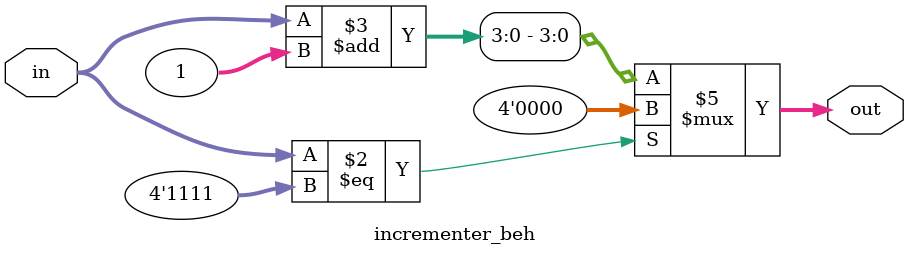
<source format=sv>
`timescale 1ns / 1ps

module incrementer_beh (
    input logic [3:0] in,
    output logic [3:0] out
);

    always_comb begin
        if (in == 4'b1111)
            out = 4'b0000;
        else
            out = in + 1;
    end

endmodule
</source>
